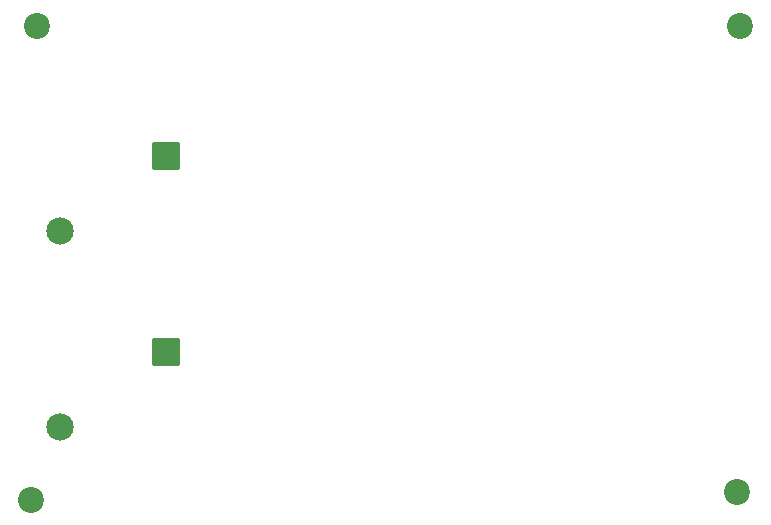
<source format=gbs>
G04 #@! TF.GenerationSoftware,KiCad,Pcbnew,8.0.5*
G04 #@! TF.CreationDate,2025-01-14T00:03:48-08:00*
G04 #@! TF.ProjectId,12v converter,31327620-636f-46e7-9665-727465722e6b,rev?*
G04 #@! TF.SameCoordinates,Original*
G04 #@! TF.FileFunction,Soldermask,Bot*
G04 #@! TF.FilePolarity,Negative*
%FSLAX46Y46*%
G04 Gerber Fmt 4.6, Leading zero omitted, Abs format (unit mm)*
G04 Created by KiCad (PCBNEW 8.0.5) date 2025-01-14 00:03:48*
%MOMM*%
%LPD*%
G01*
G04 APERTURE LIST*
G04 Aperture macros list*
%AMRoundRect*
0 Rectangle with rounded corners*
0 $1 Rounding radius*
0 $2 $3 $4 $5 $6 $7 $8 $9 X,Y pos of 4 corners*
0 Add a 4 corners polygon primitive as box body*
4,1,4,$2,$3,$4,$5,$6,$7,$8,$9,$2,$3,0*
0 Add four circle primitives for the rounded corners*
1,1,$1+$1,$2,$3*
1,1,$1+$1,$4,$5*
1,1,$1+$1,$6,$7*
1,1,$1+$1,$8,$9*
0 Add four rect primitives between the rounded corners*
20,1,$1+$1,$2,$3,$4,$5,0*
20,1,$1+$1,$4,$5,$6,$7,0*
20,1,$1+$1,$6,$7,$8,$9,0*
20,1,$1+$1,$8,$9,$2,$3,0*%
G04 Aperture macros list end*
%ADD10C,2.200000*%
%ADD11RoundRect,0.102000X-1.050000X1.050000X-1.050000X-1.050000X1.050000X-1.050000X1.050000X1.050000X0*%
%ADD12C,2.304000*%
G04 APERTURE END LIST*
D10*
X121400000Y-128975000D03*
X181150000Y-128300000D03*
X181400000Y-88850000D03*
X121850000Y-88850000D03*
D11*
X132784364Y-116473208D03*
D12*
X123784364Y-122823208D03*
D11*
X132788785Y-99898090D03*
D12*
X123788785Y-106248090D03*
M02*

</source>
